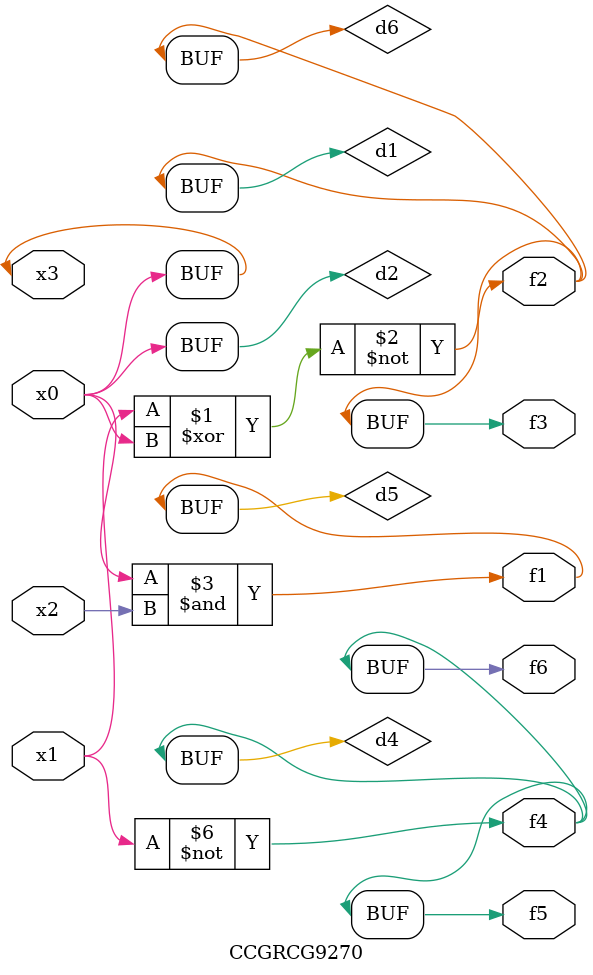
<source format=v>
module CCGRCG9270(
	input x0, x1, x2, x3,
	output f1, f2, f3, f4, f5, f6
);

	wire d1, d2, d3, d4, d5, d6;

	xnor (d1, x1, x3);
	buf (d2, x0, x3);
	nand (d3, x0, x2);
	not (d4, x1);
	nand (d5, d3);
	or (d6, d1);
	assign f1 = d5;
	assign f2 = d6;
	assign f3 = d6;
	assign f4 = d4;
	assign f5 = d4;
	assign f6 = d4;
endmodule

</source>
